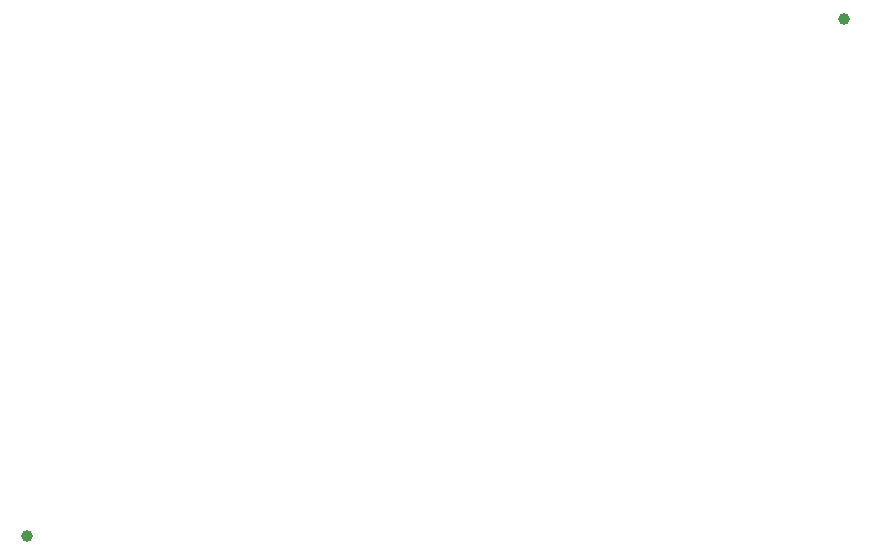
<source format=gbl>
G75*
%MOIN*%
%OFA0B0*%
%FSLAX25Y25*%
%IPPOS*%
%LPD*%
%AMOC8*
5,1,8,0,0,1.08239X$1,22.5*
%
%ADD10C,0.03937*%
D10*
X0018780Y0018819D03*
X0291220Y0191220D03*
M02*

</source>
